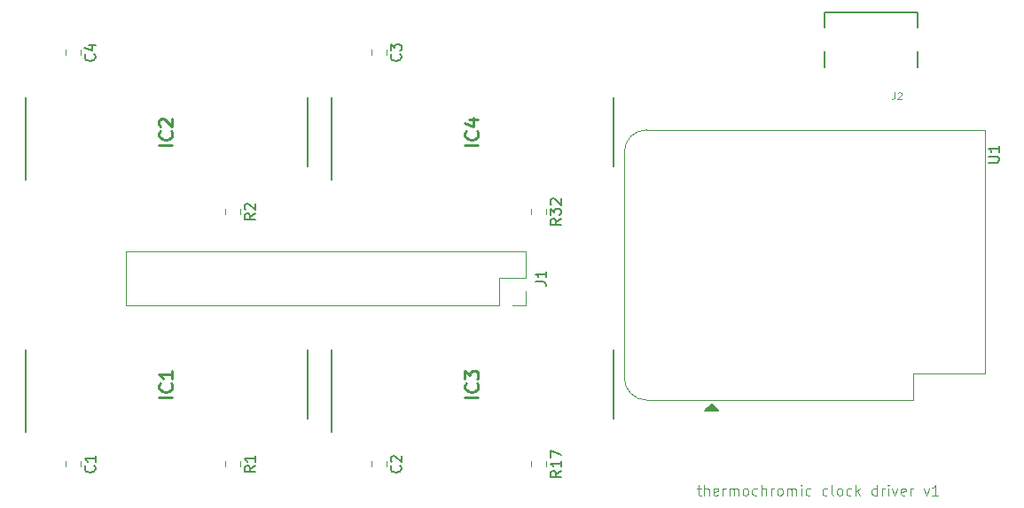
<source format=gto>
G04 #@! TF.GenerationSoftware,KiCad,Pcbnew,(5.1.5)-3*
G04 #@! TF.CreationDate,2021-05-12T20:45:07+02:00*
G04 #@! TF.ProjectId,thermochromic clock resistors driver,74686572-6d6f-4636-9872-6f6d69632063,1*
G04 #@! TF.SameCoordinates,Original*
G04 #@! TF.FileFunction,Legend,Top*
G04 #@! TF.FilePolarity,Positive*
%FSLAX46Y46*%
G04 Gerber Fmt 4.6, Leading zero omitted, Abs format (unit mm)*
G04 Created by KiCad (PCBNEW (5.1.5)-3) date 2021-05-12 20:45:08*
%MOMM*%
%LPD*%
G04 APERTURE LIST*
%ADD10C,0.100000*%
%ADD11C,0.127000*%
%ADD12C,0.120000*%
%ADD13C,0.150000*%
%ADD14C,0.200000*%
%ADD15C,0.015000*%
%ADD16C,0.254000*%
G04 APERTURE END LIST*
D10*
X189088571Y-112815714D02*
X189469523Y-112815714D01*
X189231428Y-112482380D02*
X189231428Y-113339523D01*
X189279047Y-113434761D01*
X189374285Y-113482380D01*
X189469523Y-113482380D01*
X189802857Y-113482380D02*
X189802857Y-112482380D01*
X190231428Y-113482380D02*
X190231428Y-112958571D01*
X190183809Y-112863333D01*
X190088571Y-112815714D01*
X189945714Y-112815714D01*
X189850476Y-112863333D01*
X189802857Y-112910952D01*
X191088571Y-113434761D02*
X190993333Y-113482380D01*
X190802857Y-113482380D01*
X190707619Y-113434761D01*
X190660000Y-113339523D01*
X190660000Y-112958571D01*
X190707619Y-112863333D01*
X190802857Y-112815714D01*
X190993333Y-112815714D01*
X191088571Y-112863333D01*
X191136190Y-112958571D01*
X191136190Y-113053809D01*
X190660000Y-113149047D01*
X191564761Y-113482380D02*
X191564761Y-112815714D01*
X191564761Y-113006190D02*
X191612380Y-112910952D01*
X191660000Y-112863333D01*
X191755238Y-112815714D01*
X191850476Y-112815714D01*
X192183809Y-113482380D02*
X192183809Y-112815714D01*
X192183809Y-112910952D02*
X192231428Y-112863333D01*
X192326666Y-112815714D01*
X192469523Y-112815714D01*
X192564761Y-112863333D01*
X192612380Y-112958571D01*
X192612380Y-113482380D01*
X192612380Y-112958571D02*
X192660000Y-112863333D01*
X192755238Y-112815714D01*
X192898095Y-112815714D01*
X192993333Y-112863333D01*
X193040952Y-112958571D01*
X193040952Y-113482380D01*
X193660000Y-113482380D02*
X193564761Y-113434761D01*
X193517142Y-113387142D01*
X193469523Y-113291904D01*
X193469523Y-113006190D01*
X193517142Y-112910952D01*
X193564761Y-112863333D01*
X193660000Y-112815714D01*
X193802857Y-112815714D01*
X193898095Y-112863333D01*
X193945714Y-112910952D01*
X193993333Y-113006190D01*
X193993333Y-113291904D01*
X193945714Y-113387142D01*
X193898095Y-113434761D01*
X193802857Y-113482380D01*
X193660000Y-113482380D01*
X194850476Y-113434761D02*
X194755238Y-113482380D01*
X194564761Y-113482380D01*
X194469523Y-113434761D01*
X194421904Y-113387142D01*
X194374285Y-113291904D01*
X194374285Y-113006190D01*
X194421904Y-112910952D01*
X194469523Y-112863333D01*
X194564761Y-112815714D01*
X194755238Y-112815714D01*
X194850476Y-112863333D01*
X195279047Y-113482380D02*
X195279047Y-112482380D01*
X195707619Y-113482380D02*
X195707619Y-112958571D01*
X195660000Y-112863333D01*
X195564761Y-112815714D01*
X195421904Y-112815714D01*
X195326666Y-112863333D01*
X195279047Y-112910952D01*
X196183809Y-113482380D02*
X196183809Y-112815714D01*
X196183809Y-113006190D02*
X196231428Y-112910952D01*
X196279047Y-112863333D01*
X196374285Y-112815714D01*
X196469523Y-112815714D01*
X196945714Y-113482380D02*
X196850476Y-113434761D01*
X196802857Y-113387142D01*
X196755238Y-113291904D01*
X196755238Y-113006190D01*
X196802857Y-112910952D01*
X196850476Y-112863333D01*
X196945714Y-112815714D01*
X197088571Y-112815714D01*
X197183809Y-112863333D01*
X197231428Y-112910952D01*
X197279047Y-113006190D01*
X197279047Y-113291904D01*
X197231428Y-113387142D01*
X197183809Y-113434761D01*
X197088571Y-113482380D01*
X196945714Y-113482380D01*
X197707619Y-113482380D02*
X197707619Y-112815714D01*
X197707619Y-112910952D02*
X197755238Y-112863333D01*
X197850476Y-112815714D01*
X197993333Y-112815714D01*
X198088571Y-112863333D01*
X198136190Y-112958571D01*
X198136190Y-113482380D01*
X198136190Y-112958571D02*
X198183809Y-112863333D01*
X198279047Y-112815714D01*
X198421904Y-112815714D01*
X198517142Y-112863333D01*
X198564761Y-112958571D01*
X198564761Y-113482380D01*
X199040952Y-113482380D02*
X199040952Y-112815714D01*
X199040952Y-112482380D02*
X198993333Y-112530000D01*
X199040952Y-112577619D01*
X199088571Y-112530000D01*
X199040952Y-112482380D01*
X199040952Y-112577619D01*
X199945714Y-113434761D02*
X199850476Y-113482380D01*
X199660000Y-113482380D01*
X199564761Y-113434761D01*
X199517142Y-113387142D01*
X199469523Y-113291904D01*
X199469523Y-113006190D01*
X199517142Y-112910952D01*
X199564761Y-112863333D01*
X199660000Y-112815714D01*
X199850476Y-112815714D01*
X199945714Y-112863333D01*
X201564761Y-113434761D02*
X201469523Y-113482380D01*
X201279047Y-113482380D01*
X201183809Y-113434761D01*
X201136190Y-113387142D01*
X201088571Y-113291904D01*
X201088571Y-113006190D01*
X201136190Y-112910952D01*
X201183809Y-112863333D01*
X201279047Y-112815714D01*
X201469523Y-112815714D01*
X201564761Y-112863333D01*
X202136190Y-113482380D02*
X202040952Y-113434761D01*
X201993333Y-113339523D01*
X201993333Y-112482380D01*
X202660000Y-113482380D02*
X202564761Y-113434761D01*
X202517142Y-113387142D01*
X202469523Y-113291904D01*
X202469523Y-113006190D01*
X202517142Y-112910952D01*
X202564761Y-112863333D01*
X202660000Y-112815714D01*
X202802857Y-112815714D01*
X202898095Y-112863333D01*
X202945714Y-112910952D01*
X202993333Y-113006190D01*
X202993333Y-113291904D01*
X202945714Y-113387142D01*
X202898095Y-113434761D01*
X202802857Y-113482380D01*
X202660000Y-113482380D01*
X203850476Y-113434761D02*
X203755238Y-113482380D01*
X203564761Y-113482380D01*
X203469523Y-113434761D01*
X203421904Y-113387142D01*
X203374285Y-113291904D01*
X203374285Y-113006190D01*
X203421904Y-112910952D01*
X203469523Y-112863333D01*
X203564761Y-112815714D01*
X203755238Y-112815714D01*
X203850476Y-112863333D01*
X204279047Y-113482380D02*
X204279047Y-112482380D01*
X204374285Y-113101428D02*
X204660000Y-113482380D01*
X204660000Y-112815714D02*
X204279047Y-113196666D01*
X206279047Y-113482380D02*
X206279047Y-112482380D01*
X206279047Y-113434761D02*
X206183809Y-113482380D01*
X205993333Y-113482380D01*
X205898095Y-113434761D01*
X205850476Y-113387142D01*
X205802857Y-113291904D01*
X205802857Y-113006190D01*
X205850476Y-112910952D01*
X205898095Y-112863333D01*
X205993333Y-112815714D01*
X206183809Y-112815714D01*
X206279047Y-112863333D01*
X206755238Y-113482380D02*
X206755238Y-112815714D01*
X206755238Y-113006190D02*
X206802857Y-112910952D01*
X206850476Y-112863333D01*
X206945714Y-112815714D01*
X207040952Y-112815714D01*
X207374285Y-113482380D02*
X207374285Y-112815714D01*
X207374285Y-112482380D02*
X207326666Y-112530000D01*
X207374285Y-112577619D01*
X207421904Y-112530000D01*
X207374285Y-112482380D01*
X207374285Y-112577619D01*
X207755238Y-112815714D02*
X207993333Y-113482380D01*
X208231428Y-112815714D01*
X208993333Y-113434761D02*
X208898095Y-113482380D01*
X208707619Y-113482380D01*
X208612380Y-113434761D01*
X208564761Y-113339523D01*
X208564761Y-112958571D01*
X208612380Y-112863333D01*
X208707619Y-112815714D01*
X208898095Y-112815714D01*
X208993333Y-112863333D01*
X209040952Y-112958571D01*
X209040952Y-113053809D01*
X208564761Y-113149047D01*
X209469523Y-113482380D02*
X209469523Y-112815714D01*
X209469523Y-113006190D02*
X209517142Y-112910952D01*
X209564761Y-112863333D01*
X209660000Y-112815714D01*
X209755238Y-112815714D01*
X210755238Y-112815714D02*
X210993333Y-113482380D01*
X211231428Y-112815714D01*
X212136190Y-113482380D02*
X211564761Y-113482380D01*
X211850476Y-113482380D02*
X211850476Y-112482380D01*
X211755238Y-112625238D01*
X211660000Y-112720476D01*
X211564761Y-112768095D01*
D11*
X210210000Y-67260000D02*
X201270000Y-67260000D01*
X201270000Y-71030000D02*
X201270000Y-72490000D01*
X201270000Y-67260000D02*
X201270000Y-68690000D01*
X210210000Y-71030000D02*
X210210000Y-72490000D01*
X210210000Y-67260000D02*
X210210000Y-68690000D01*
D12*
X182160000Y-80640000D02*
G75*
G02X184290000Y-78510000I2130000J0D01*
G01*
X184290000Y-104370000D02*
G75*
G02X182160000Y-102240000I0J2130000D01*
G01*
X209720000Y-101830000D02*
X216620000Y-101830000D01*
X209720000Y-104370000D02*
X209720000Y-101830000D01*
D13*
G36*
X189865000Y-105410000D02*
G01*
X191135000Y-105410000D01*
X190500000Y-104775000D01*
X189865000Y-105410000D01*
G37*
X189865000Y-105410000D02*
X191135000Y-105410000D01*
X190500000Y-104775000D01*
X189865000Y-105410000D01*
D12*
X182160000Y-80630000D02*
X182160000Y-102240000D01*
X216620000Y-78510000D02*
X184290000Y-78510000D01*
X209720000Y-104370000D02*
X184290000Y-104370000D01*
X216620000Y-101830000D02*
X216620000Y-78510000D01*
X173280000Y-86098748D02*
X173280000Y-86621252D01*
X174700000Y-86098748D02*
X174700000Y-86621252D01*
X173280000Y-110228748D02*
X173280000Y-110751252D01*
X174700000Y-110228748D02*
X174700000Y-110751252D01*
X144070000Y-86098748D02*
X144070000Y-86621252D01*
X145490000Y-86098748D02*
X145490000Y-86621252D01*
X144070000Y-110228748D02*
X144070000Y-110751252D01*
X145490000Y-110228748D02*
X145490000Y-110751252D01*
X172780000Y-93980000D02*
X172780000Y-95310000D01*
X172780000Y-95310000D02*
X171450000Y-95310000D01*
X172780000Y-92710000D02*
X170180000Y-92710000D01*
X170180000Y-92710000D02*
X170180000Y-95310000D01*
X170180000Y-95310000D02*
X134560000Y-95310000D01*
X134560000Y-90110000D02*
X134560000Y-95310000D01*
X172780000Y-90110000D02*
X134560000Y-90110000D01*
X172780000Y-90110000D02*
X172780000Y-92710000D01*
D14*
X181100000Y-82040000D02*
X181100000Y-75440000D01*
X154180000Y-83275000D02*
X154180000Y-75440000D01*
X181100000Y-106170000D02*
X181100000Y-99570000D01*
X154180000Y-107405000D02*
X154180000Y-99570000D01*
X151890000Y-82040000D02*
X151890000Y-75440000D01*
X124970000Y-83275000D02*
X124970000Y-75440000D01*
X151890000Y-106170000D02*
X151890000Y-99570000D01*
X124970000Y-107405000D02*
X124970000Y-99570000D01*
D12*
X128830000Y-70858748D02*
X128830000Y-71381252D01*
X130250000Y-70858748D02*
X130250000Y-71381252D01*
X158040000Y-70858748D02*
X158040000Y-71381252D01*
X159460000Y-70858748D02*
X159460000Y-71381252D01*
X158040000Y-110228748D02*
X158040000Y-110751252D01*
X159460000Y-110228748D02*
X159460000Y-110751252D01*
X128830000Y-110228748D02*
X128830000Y-110751252D01*
X130250000Y-110228748D02*
X130250000Y-110751252D01*
D15*
X207994666Y-74915923D02*
X207994666Y-75373066D01*
X207964190Y-75464495D01*
X207903238Y-75525447D01*
X207811809Y-75555923D01*
X207750857Y-75555923D01*
X208268952Y-74976876D02*
X208299428Y-74946400D01*
X208360380Y-74915923D01*
X208512761Y-74915923D01*
X208573714Y-74946400D01*
X208604190Y-74976876D01*
X208634666Y-75037828D01*
X208634666Y-75098780D01*
X208604190Y-75190209D01*
X208238476Y-75555923D01*
X208634666Y-75555923D01*
D13*
X216952380Y-81631904D02*
X217761904Y-81631904D01*
X217857142Y-81584285D01*
X217904761Y-81536666D01*
X217952380Y-81441428D01*
X217952380Y-81250952D01*
X217904761Y-81155714D01*
X217857142Y-81108095D01*
X217761904Y-81060476D01*
X216952380Y-81060476D01*
X217952380Y-80060476D02*
X217952380Y-80631904D01*
X217952380Y-80346190D02*
X216952380Y-80346190D01*
X217095238Y-80441428D01*
X217190476Y-80536666D01*
X217238095Y-80631904D01*
X176092380Y-87002857D02*
X175616190Y-87336190D01*
X176092380Y-87574285D02*
X175092380Y-87574285D01*
X175092380Y-87193333D01*
X175140000Y-87098095D01*
X175187619Y-87050476D01*
X175282857Y-87002857D01*
X175425714Y-87002857D01*
X175520952Y-87050476D01*
X175568571Y-87098095D01*
X175616190Y-87193333D01*
X175616190Y-87574285D01*
X175092380Y-86669523D02*
X175092380Y-86050476D01*
X175473333Y-86383809D01*
X175473333Y-86240952D01*
X175520952Y-86145714D01*
X175568571Y-86098095D01*
X175663809Y-86050476D01*
X175901904Y-86050476D01*
X175997142Y-86098095D01*
X176044761Y-86145714D01*
X176092380Y-86240952D01*
X176092380Y-86526666D01*
X176044761Y-86621904D01*
X175997142Y-86669523D01*
X175187619Y-85669523D02*
X175140000Y-85621904D01*
X175092380Y-85526666D01*
X175092380Y-85288571D01*
X175140000Y-85193333D01*
X175187619Y-85145714D01*
X175282857Y-85098095D01*
X175378095Y-85098095D01*
X175520952Y-85145714D01*
X176092380Y-85717142D01*
X176092380Y-85098095D01*
X176092380Y-111132857D02*
X175616190Y-111466190D01*
X176092380Y-111704285D02*
X175092380Y-111704285D01*
X175092380Y-111323333D01*
X175140000Y-111228095D01*
X175187619Y-111180476D01*
X175282857Y-111132857D01*
X175425714Y-111132857D01*
X175520952Y-111180476D01*
X175568571Y-111228095D01*
X175616190Y-111323333D01*
X175616190Y-111704285D01*
X176092380Y-110180476D02*
X176092380Y-110751904D01*
X176092380Y-110466190D02*
X175092380Y-110466190D01*
X175235238Y-110561428D01*
X175330476Y-110656666D01*
X175378095Y-110751904D01*
X175092380Y-109847142D02*
X175092380Y-109180476D01*
X176092380Y-109609047D01*
X146882380Y-86526666D02*
X146406190Y-86860000D01*
X146882380Y-87098095D02*
X145882380Y-87098095D01*
X145882380Y-86717142D01*
X145930000Y-86621904D01*
X145977619Y-86574285D01*
X146072857Y-86526666D01*
X146215714Y-86526666D01*
X146310952Y-86574285D01*
X146358571Y-86621904D01*
X146406190Y-86717142D01*
X146406190Y-87098095D01*
X145977619Y-86145714D02*
X145930000Y-86098095D01*
X145882380Y-86002857D01*
X145882380Y-85764761D01*
X145930000Y-85669523D01*
X145977619Y-85621904D01*
X146072857Y-85574285D01*
X146168095Y-85574285D01*
X146310952Y-85621904D01*
X146882380Y-86193333D01*
X146882380Y-85574285D01*
X146882380Y-110656666D02*
X146406190Y-110990000D01*
X146882380Y-111228095D02*
X145882380Y-111228095D01*
X145882380Y-110847142D01*
X145930000Y-110751904D01*
X145977619Y-110704285D01*
X146072857Y-110656666D01*
X146215714Y-110656666D01*
X146310952Y-110704285D01*
X146358571Y-110751904D01*
X146406190Y-110847142D01*
X146406190Y-111228095D01*
X146882380Y-109704285D02*
X146882380Y-110275714D01*
X146882380Y-109990000D02*
X145882380Y-109990000D01*
X146025238Y-110085238D01*
X146120476Y-110180476D01*
X146168095Y-110275714D01*
X173672380Y-93043333D02*
X174386666Y-93043333D01*
X174529523Y-93090952D01*
X174624761Y-93186190D01*
X174672380Y-93329047D01*
X174672380Y-93424285D01*
X174672380Y-92043333D02*
X174672380Y-92614761D01*
X174672380Y-92329047D02*
X173672380Y-92329047D01*
X173815238Y-92424285D01*
X173910476Y-92519523D01*
X173958095Y-92614761D01*
D16*
X168214523Y-79979761D02*
X166944523Y-79979761D01*
X168093571Y-78649285D02*
X168154047Y-78709761D01*
X168214523Y-78891190D01*
X168214523Y-79012142D01*
X168154047Y-79193571D01*
X168033095Y-79314523D01*
X167912142Y-79375000D01*
X167670238Y-79435476D01*
X167488809Y-79435476D01*
X167246904Y-79375000D01*
X167125952Y-79314523D01*
X167005000Y-79193571D01*
X166944523Y-79012142D01*
X166944523Y-78891190D01*
X167005000Y-78709761D01*
X167065476Y-78649285D01*
X167367857Y-77560714D02*
X168214523Y-77560714D01*
X166884047Y-77863095D02*
X167791190Y-78165476D01*
X167791190Y-77379285D01*
X168214523Y-104109761D02*
X166944523Y-104109761D01*
X168093571Y-102779285D02*
X168154047Y-102839761D01*
X168214523Y-103021190D01*
X168214523Y-103142142D01*
X168154047Y-103323571D01*
X168033095Y-103444523D01*
X167912142Y-103505000D01*
X167670238Y-103565476D01*
X167488809Y-103565476D01*
X167246904Y-103505000D01*
X167125952Y-103444523D01*
X167005000Y-103323571D01*
X166944523Y-103142142D01*
X166944523Y-103021190D01*
X167005000Y-102839761D01*
X167065476Y-102779285D01*
X166944523Y-102355952D02*
X166944523Y-101569761D01*
X167428333Y-101993095D01*
X167428333Y-101811666D01*
X167488809Y-101690714D01*
X167549285Y-101630238D01*
X167670238Y-101569761D01*
X167972619Y-101569761D01*
X168093571Y-101630238D01*
X168154047Y-101690714D01*
X168214523Y-101811666D01*
X168214523Y-102174523D01*
X168154047Y-102295476D01*
X168093571Y-102355952D01*
X139004523Y-79979761D02*
X137734523Y-79979761D01*
X138883571Y-78649285D02*
X138944047Y-78709761D01*
X139004523Y-78891190D01*
X139004523Y-79012142D01*
X138944047Y-79193571D01*
X138823095Y-79314523D01*
X138702142Y-79375000D01*
X138460238Y-79435476D01*
X138278809Y-79435476D01*
X138036904Y-79375000D01*
X137915952Y-79314523D01*
X137795000Y-79193571D01*
X137734523Y-79012142D01*
X137734523Y-78891190D01*
X137795000Y-78709761D01*
X137855476Y-78649285D01*
X137855476Y-78165476D02*
X137795000Y-78105000D01*
X137734523Y-77984047D01*
X137734523Y-77681666D01*
X137795000Y-77560714D01*
X137855476Y-77500238D01*
X137976428Y-77439761D01*
X138097380Y-77439761D01*
X138278809Y-77500238D01*
X139004523Y-78225952D01*
X139004523Y-77439761D01*
X139004523Y-104109761D02*
X137734523Y-104109761D01*
X138883571Y-102779285D02*
X138944047Y-102839761D01*
X139004523Y-103021190D01*
X139004523Y-103142142D01*
X138944047Y-103323571D01*
X138823095Y-103444523D01*
X138702142Y-103505000D01*
X138460238Y-103565476D01*
X138278809Y-103565476D01*
X138036904Y-103505000D01*
X137915952Y-103444523D01*
X137795000Y-103323571D01*
X137734523Y-103142142D01*
X137734523Y-103021190D01*
X137795000Y-102839761D01*
X137855476Y-102779285D01*
X139004523Y-101569761D02*
X139004523Y-102295476D01*
X139004523Y-101932619D02*
X137734523Y-101932619D01*
X137915952Y-102053571D01*
X138036904Y-102174523D01*
X138097380Y-102295476D01*
D13*
X131547142Y-71286666D02*
X131594761Y-71334285D01*
X131642380Y-71477142D01*
X131642380Y-71572380D01*
X131594761Y-71715238D01*
X131499523Y-71810476D01*
X131404285Y-71858095D01*
X131213809Y-71905714D01*
X131070952Y-71905714D01*
X130880476Y-71858095D01*
X130785238Y-71810476D01*
X130690000Y-71715238D01*
X130642380Y-71572380D01*
X130642380Y-71477142D01*
X130690000Y-71334285D01*
X130737619Y-71286666D01*
X130975714Y-70429523D02*
X131642380Y-70429523D01*
X130594761Y-70667619D02*
X131309047Y-70905714D01*
X131309047Y-70286666D01*
X160757142Y-71286666D02*
X160804761Y-71334285D01*
X160852380Y-71477142D01*
X160852380Y-71572380D01*
X160804761Y-71715238D01*
X160709523Y-71810476D01*
X160614285Y-71858095D01*
X160423809Y-71905714D01*
X160280952Y-71905714D01*
X160090476Y-71858095D01*
X159995238Y-71810476D01*
X159900000Y-71715238D01*
X159852380Y-71572380D01*
X159852380Y-71477142D01*
X159900000Y-71334285D01*
X159947619Y-71286666D01*
X159852380Y-70953333D02*
X159852380Y-70334285D01*
X160233333Y-70667619D01*
X160233333Y-70524761D01*
X160280952Y-70429523D01*
X160328571Y-70381904D01*
X160423809Y-70334285D01*
X160661904Y-70334285D01*
X160757142Y-70381904D01*
X160804761Y-70429523D01*
X160852380Y-70524761D01*
X160852380Y-70810476D01*
X160804761Y-70905714D01*
X160757142Y-70953333D01*
X160757142Y-110656666D02*
X160804761Y-110704285D01*
X160852380Y-110847142D01*
X160852380Y-110942380D01*
X160804761Y-111085238D01*
X160709523Y-111180476D01*
X160614285Y-111228095D01*
X160423809Y-111275714D01*
X160280952Y-111275714D01*
X160090476Y-111228095D01*
X159995238Y-111180476D01*
X159900000Y-111085238D01*
X159852380Y-110942380D01*
X159852380Y-110847142D01*
X159900000Y-110704285D01*
X159947619Y-110656666D01*
X159947619Y-110275714D02*
X159900000Y-110228095D01*
X159852380Y-110132857D01*
X159852380Y-109894761D01*
X159900000Y-109799523D01*
X159947619Y-109751904D01*
X160042857Y-109704285D01*
X160138095Y-109704285D01*
X160280952Y-109751904D01*
X160852380Y-110323333D01*
X160852380Y-109704285D01*
X131547142Y-110656666D02*
X131594761Y-110704285D01*
X131642380Y-110847142D01*
X131642380Y-110942380D01*
X131594761Y-111085238D01*
X131499523Y-111180476D01*
X131404285Y-111228095D01*
X131213809Y-111275714D01*
X131070952Y-111275714D01*
X130880476Y-111228095D01*
X130785238Y-111180476D01*
X130690000Y-111085238D01*
X130642380Y-110942380D01*
X130642380Y-110847142D01*
X130690000Y-110704285D01*
X130737619Y-110656666D01*
X131642380Y-109704285D02*
X131642380Y-110275714D01*
X131642380Y-109990000D02*
X130642380Y-109990000D01*
X130785238Y-110085238D01*
X130880476Y-110180476D01*
X130928095Y-110275714D01*
M02*

</source>
